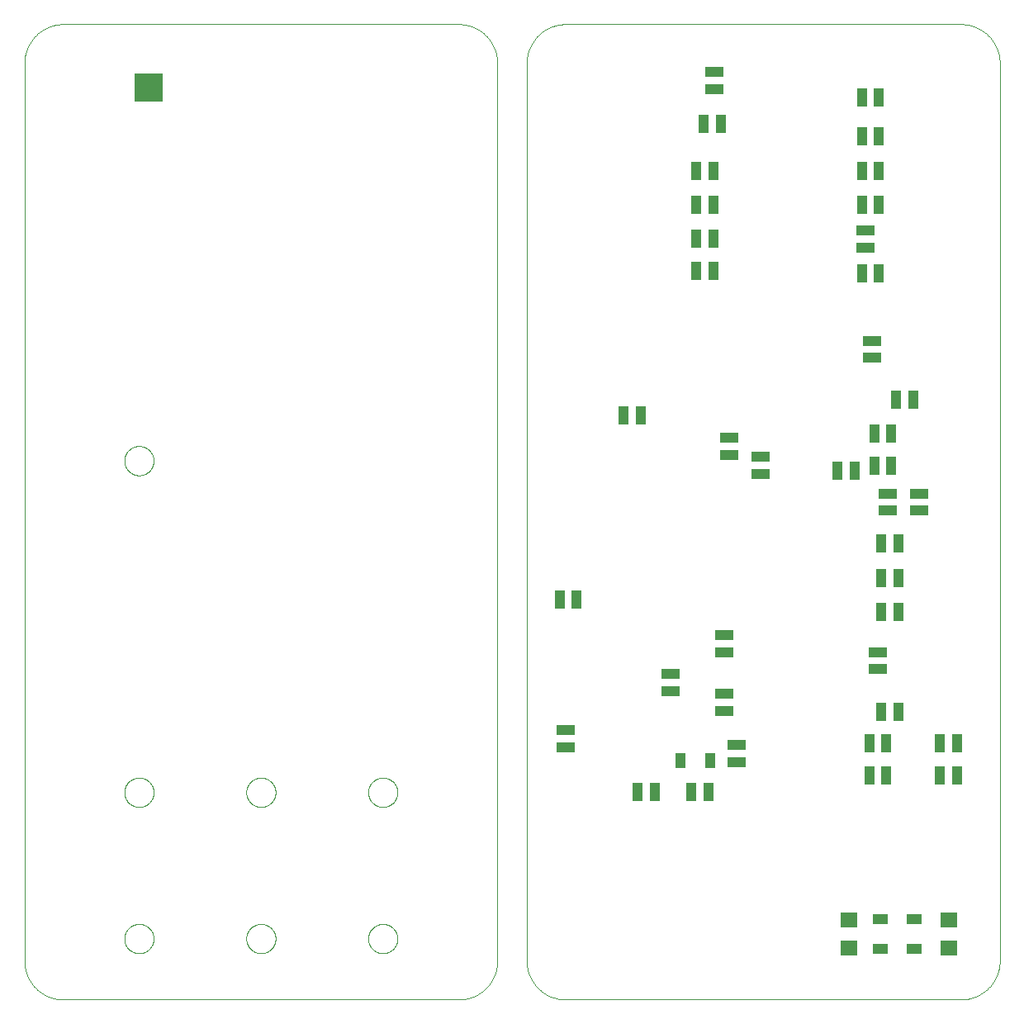
<source format=gtp>
G75*
%MOIN*%
%OFA0B0*%
%FSLAX25Y25*%
%IPPOS*%
%LPD*%
%AMOC8*
5,1,8,0,0,1.08239X$1,22.5*
%
%ADD10C,0.00000*%
%ADD11R,0.11811X0.11811*%
%ADD12R,0.05906X0.03937*%
%ADD13R,0.07098X0.06299*%
%ADD14R,0.07480X0.04331*%
%ADD15R,0.04331X0.07480*%
%ADD16R,0.03937X0.05906*%
D10*
X0001492Y0017240D02*
X0001492Y0379445D01*
X0001497Y0379826D01*
X0001510Y0380206D01*
X0001533Y0380586D01*
X0001566Y0380965D01*
X0001607Y0381343D01*
X0001657Y0381720D01*
X0001717Y0382096D01*
X0001785Y0382471D01*
X0001863Y0382843D01*
X0001950Y0383214D01*
X0002045Y0383582D01*
X0002150Y0383948D01*
X0002263Y0384311D01*
X0002385Y0384672D01*
X0002515Y0385029D01*
X0002655Y0385383D01*
X0002802Y0385734D01*
X0002959Y0386081D01*
X0003123Y0386424D01*
X0003296Y0386763D01*
X0003477Y0387098D01*
X0003666Y0387429D01*
X0003863Y0387754D01*
X0004067Y0388075D01*
X0004280Y0388391D01*
X0004500Y0388701D01*
X0004727Y0389007D01*
X0004962Y0389306D01*
X0005204Y0389600D01*
X0005452Y0389888D01*
X0005708Y0390170D01*
X0005971Y0390445D01*
X0006240Y0390714D01*
X0006515Y0390977D01*
X0006797Y0391233D01*
X0007085Y0391481D01*
X0007379Y0391723D01*
X0007678Y0391958D01*
X0007984Y0392185D01*
X0008294Y0392405D01*
X0008610Y0392618D01*
X0008931Y0392822D01*
X0009256Y0393019D01*
X0009587Y0393208D01*
X0009922Y0393389D01*
X0010261Y0393562D01*
X0010604Y0393726D01*
X0010951Y0393883D01*
X0011302Y0394030D01*
X0011656Y0394170D01*
X0012013Y0394300D01*
X0012374Y0394422D01*
X0012737Y0394535D01*
X0013103Y0394640D01*
X0013471Y0394735D01*
X0013842Y0394822D01*
X0014214Y0394900D01*
X0014589Y0394968D01*
X0014965Y0395028D01*
X0015342Y0395078D01*
X0015720Y0395119D01*
X0016099Y0395152D01*
X0016479Y0395175D01*
X0016859Y0395188D01*
X0017240Y0395193D01*
X0176689Y0395193D01*
X0177070Y0395188D01*
X0177450Y0395175D01*
X0177830Y0395152D01*
X0178209Y0395119D01*
X0178587Y0395078D01*
X0178964Y0395028D01*
X0179340Y0394968D01*
X0179715Y0394900D01*
X0180087Y0394822D01*
X0180458Y0394735D01*
X0180826Y0394640D01*
X0181192Y0394535D01*
X0181555Y0394422D01*
X0181916Y0394300D01*
X0182273Y0394170D01*
X0182627Y0394030D01*
X0182978Y0393883D01*
X0183325Y0393726D01*
X0183668Y0393562D01*
X0184007Y0393389D01*
X0184342Y0393208D01*
X0184673Y0393019D01*
X0184998Y0392822D01*
X0185319Y0392618D01*
X0185635Y0392405D01*
X0185945Y0392185D01*
X0186251Y0391958D01*
X0186550Y0391723D01*
X0186844Y0391481D01*
X0187132Y0391233D01*
X0187414Y0390977D01*
X0187689Y0390714D01*
X0187958Y0390445D01*
X0188221Y0390170D01*
X0188477Y0389888D01*
X0188725Y0389600D01*
X0188967Y0389306D01*
X0189202Y0389007D01*
X0189429Y0388701D01*
X0189649Y0388391D01*
X0189862Y0388075D01*
X0190066Y0387754D01*
X0190263Y0387429D01*
X0190452Y0387098D01*
X0190633Y0386763D01*
X0190806Y0386424D01*
X0190970Y0386081D01*
X0191127Y0385734D01*
X0191274Y0385383D01*
X0191414Y0385029D01*
X0191544Y0384672D01*
X0191666Y0384311D01*
X0191779Y0383948D01*
X0191884Y0383582D01*
X0191979Y0383214D01*
X0192066Y0382843D01*
X0192144Y0382471D01*
X0192212Y0382096D01*
X0192272Y0381720D01*
X0192322Y0381343D01*
X0192363Y0380965D01*
X0192396Y0380586D01*
X0192419Y0380206D01*
X0192432Y0379826D01*
X0192437Y0379445D01*
X0192437Y0017240D01*
X0204248Y0017240D02*
X0204248Y0379445D01*
X0204253Y0379826D01*
X0204266Y0380206D01*
X0204289Y0380586D01*
X0204322Y0380965D01*
X0204363Y0381343D01*
X0204413Y0381720D01*
X0204473Y0382096D01*
X0204541Y0382471D01*
X0204619Y0382843D01*
X0204706Y0383214D01*
X0204801Y0383582D01*
X0204906Y0383948D01*
X0205019Y0384311D01*
X0205141Y0384672D01*
X0205271Y0385029D01*
X0205411Y0385383D01*
X0205558Y0385734D01*
X0205715Y0386081D01*
X0205879Y0386424D01*
X0206052Y0386763D01*
X0206233Y0387098D01*
X0206422Y0387429D01*
X0206619Y0387754D01*
X0206823Y0388075D01*
X0207036Y0388391D01*
X0207256Y0388701D01*
X0207483Y0389007D01*
X0207718Y0389306D01*
X0207960Y0389600D01*
X0208208Y0389888D01*
X0208464Y0390170D01*
X0208727Y0390445D01*
X0208996Y0390714D01*
X0209271Y0390977D01*
X0209553Y0391233D01*
X0209841Y0391481D01*
X0210135Y0391723D01*
X0210434Y0391958D01*
X0210740Y0392185D01*
X0211050Y0392405D01*
X0211366Y0392618D01*
X0211687Y0392822D01*
X0212012Y0393019D01*
X0212343Y0393208D01*
X0212678Y0393389D01*
X0213017Y0393562D01*
X0213360Y0393726D01*
X0213707Y0393883D01*
X0214058Y0394030D01*
X0214412Y0394170D01*
X0214769Y0394300D01*
X0215130Y0394422D01*
X0215493Y0394535D01*
X0215859Y0394640D01*
X0216227Y0394735D01*
X0216598Y0394822D01*
X0216970Y0394900D01*
X0217345Y0394968D01*
X0217721Y0395028D01*
X0218098Y0395078D01*
X0218476Y0395119D01*
X0218855Y0395152D01*
X0219235Y0395175D01*
X0219615Y0395188D01*
X0219996Y0395193D01*
X0379445Y0395193D01*
X0379826Y0395188D01*
X0380206Y0395175D01*
X0380586Y0395152D01*
X0380965Y0395119D01*
X0381343Y0395078D01*
X0381720Y0395028D01*
X0382096Y0394968D01*
X0382471Y0394900D01*
X0382843Y0394822D01*
X0383214Y0394735D01*
X0383582Y0394640D01*
X0383948Y0394535D01*
X0384311Y0394422D01*
X0384672Y0394300D01*
X0385029Y0394170D01*
X0385383Y0394030D01*
X0385734Y0393883D01*
X0386081Y0393726D01*
X0386424Y0393562D01*
X0386763Y0393389D01*
X0387098Y0393208D01*
X0387429Y0393019D01*
X0387754Y0392822D01*
X0388075Y0392618D01*
X0388391Y0392405D01*
X0388701Y0392185D01*
X0389007Y0391958D01*
X0389306Y0391723D01*
X0389600Y0391481D01*
X0389888Y0391233D01*
X0390170Y0390977D01*
X0390445Y0390714D01*
X0390714Y0390445D01*
X0390977Y0390170D01*
X0391233Y0389888D01*
X0391481Y0389600D01*
X0391723Y0389306D01*
X0391958Y0389007D01*
X0392185Y0388701D01*
X0392405Y0388391D01*
X0392618Y0388075D01*
X0392822Y0387754D01*
X0393019Y0387429D01*
X0393208Y0387098D01*
X0393389Y0386763D01*
X0393562Y0386424D01*
X0393726Y0386081D01*
X0393883Y0385734D01*
X0394030Y0385383D01*
X0394170Y0385029D01*
X0394300Y0384672D01*
X0394422Y0384311D01*
X0394535Y0383948D01*
X0394640Y0383582D01*
X0394735Y0383214D01*
X0394822Y0382843D01*
X0394900Y0382471D01*
X0394968Y0382096D01*
X0395028Y0381720D01*
X0395078Y0381343D01*
X0395119Y0380965D01*
X0395152Y0380586D01*
X0395175Y0380206D01*
X0395188Y0379826D01*
X0395193Y0379445D01*
X0395193Y0017240D01*
X0395188Y0016859D01*
X0395175Y0016479D01*
X0395152Y0016099D01*
X0395119Y0015720D01*
X0395078Y0015342D01*
X0395028Y0014965D01*
X0394968Y0014589D01*
X0394900Y0014214D01*
X0394822Y0013842D01*
X0394735Y0013471D01*
X0394640Y0013103D01*
X0394535Y0012737D01*
X0394422Y0012374D01*
X0394300Y0012013D01*
X0394170Y0011656D01*
X0394030Y0011302D01*
X0393883Y0010951D01*
X0393726Y0010604D01*
X0393562Y0010261D01*
X0393389Y0009922D01*
X0393208Y0009587D01*
X0393019Y0009256D01*
X0392822Y0008931D01*
X0392618Y0008610D01*
X0392405Y0008294D01*
X0392185Y0007984D01*
X0391958Y0007678D01*
X0391723Y0007379D01*
X0391481Y0007085D01*
X0391233Y0006797D01*
X0390977Y0006515D01*
X0390714Y0006240D01*
X0390445Y0005971D01*
X0390170Y0005708D01*
X0389888Y0005452D01*
X0389600Y0005204D01*
X0389306Y0004962D01*
X0389007Y0004727D01*
X0388701Y0004500D01*
X0388391Y0004280D01*
X0388075Y0004067D01*
X0387754Y0003863D01*
X0387429Y0003666D01*
X0387098Y0003477D01*
X0386763Y0003296D01*
X0386424Y0003123D01*
X0386081Y0002959D01*
X0385734Y0002802D01*
X0385383Y0002655D01*
X0385029Y0002515D01*
X0384672Y0002385D01*
X0384311Y0002263D01*
X0383948Y0002150D01*
X0383582Y0002045D01*
X0383214Y0001950D01*
X0382843Y0001863D01*
X0382471Y0001785D01*
X0382096Y0001717D01*
X0381720Y0001657D01*
X0381343Y0001607D01*
X0380965Y0001566D01*
X0380586Y0001533D01*
X0380206Y0001510D01*
X0379826Y0001497D01*
X0379445Y0001492D01*
X0219996Y0001492D01*
X0219615Y0001497D01*
X0219235Y0001510D01*
X0218855Y0001533D01*
X0218476Y0001566D01*
X0218098Y0001607D01*
X0217721Y0001657D01*
X0217345Y0001717D01*
X0216970Y0001785D01*
X0216598Y0001863D01*
X0216227Y0001950D01*
X0215859Y0002045D01*
X0215493Y0002150D01*
X0215130Y0002263D01*
X0214769Y0002385D01*
X0214412Y0002515D01*
X0214058Y0002655D01*
X0213707Y0002802D01*
X0213360Y0002959D01*
X0213017Y0003123D01*
X0212678Y0003296D01*
X0212343Y0003477D01*
X0212012Y0003666D01*
X0211687Y0003863D01*
X0211366Y0004067D01*
X0211050Y0004280D01*
X0210740Y0004500D01*
X0210434Y0004727D01*
X0210135Y0004962D01*
X0209841Y0005204D01*
X0209553Y0005452D01*
X0209271Y0005708D01*
X0208996Y0005971D01*
X0208727Y0006240D01*
X0208464Y0006515D01*
X0208208Y0006797D01*
X0207960Y0007085D01*
X0207718Y0007379D01*
X0207483Y0007678D01*
X0207256Y0007984D01*
X0207036Y0008294D01*
X0206823Y0008610D01*
X0206619Y0008931D01*
X0206422Y0009256D01*
X0206233Y0009587D01*
X0206052Y0009922D01*
X0205879Y0010261D01*
X0205715Y0010604D01*
X0205558Y0010951D01*
X0205411Y0011302D01*
X0205271Y0011656D01*
X0205141Y0012013D01*
X0205019Y0012374D01*
X0204906Y0012737D01*
X0204801Y0013103D01*
X0204706Y0013471D01*
X0204619Y0013842D01*
X0204541Y0014214D01*
X0204473Y0014589D01*
X0204413Y0014965D01*
X0204363Y0015342D01*
X0204322Y0015720D01*
X0204289Y0016099D01*
X0204266Y0016479D01*
X0204253Y0016859D01*
X0204248Y0017240D01*
X0192437Y0017240D02*
X0192432Y0016859D01*
X0192419Y0016479D01*
X0192396Y0016099D01*
X0192363Y0015720D01*
X0192322Y0015342D01*
X0192272Y0014965D01*
X0192212Y0014589D01*
X0192144Y0014214D01*
X0192066Y0013842D01*
X0191979Y0013471D01*
X0191884Y0013103D01*
X0191779Y0012737D01*
X0191666Y0012374D01*
X0191544Y0012013D01*
X0191414Y0011656D01*
X0191274Y0011302D01*
X0191127Y0010951D01*
X0190970Y0010604D01*
X0190806Y0010261D01*
X0190633Y0009922D01*
X0190452Y0009587D01*
X0190263Y0009256D01*
X0190066Y0008931D01*
X0189862Y0008610D01*
X0189649Y0008294D01*
X0189429Y0007984D01*
X0189202Y0007678D01*
X0188967Y0007379D01*
X0188725Y0007085D01*
X0188477Y0006797D01*
X0188221Y0006515D01*
X0187958Y0006240D01*
X0187689Y0005971D01*
X0187414Y0005708D01*
X0187132Y0005452D01*
X0186844Y0005204D01*
X0186550Y0004962D01*
X0186251Y0004727D01*
X0185945Y0004500D01*
X0185635Y0004280D01*
X0185319Y0004067D01*
X0184998Y0003863D01*
X0184673Y0003666D01*
X0184342Y0003477D01*
X0184007Y0003296D01*
X0183668Y0003123D01*
X0183325Y0002959D01*
X0182978Y0002802D01*
X0182627Y0002655D01*
X0182273Y0002515D01*
X0181916Y0002385D01*
X0181555Y0002263D01*
X0181192Y0002150D01*
X0180826Y0002045D01*
X0180458Y0001950D01*
X0180087Y0001863D01*
X0179715Y0001785D01*
X0179340Y0001717D01*
X0178964Y0001657D01*
X0178587Y0001607D01*
X0178209Y0001566D01*
X0177830Y0001533D01*
X0177450Y0001510D01*
X0177070Y0001497D01*
X0176689Y0001492D01*
X0017240Y0001492D01*
X0016859Y0001497D01*
X0016479Y0001510D01*
X0016099Y0001533D01*
X0015720Y0001566D01*
X0015342Y0001607D01*
X0014965Y0001657D01*
X0014589Y0001717D01*
X0014214Y0001785D01*
X0013842Y0001863D01*
X0013471Y0001950D01*
X0013103Y0002045D01*
X0012737Y0002150D01*
X0012374Y0002263D01*
X0012013Y0002385D01*
X0011656Y0002515D01*
X0011302Y0002655D01*
X0010951Y0002802D01*
X0010604Y0002959D01*
X0010261Y0003123D01*
X0009922Y0003296D01*
X0009587Y0003477D01*
X0009256Y0003666D01*
X0008931Y0003863D01*
X0008610Y0004067D01*
X0008294Y0004280D01*
X0007984Y0004500D01*
X0007678Y0004727D01*
X0007379Y0004962D01*
X0007085Y0005204D01*
X0006797Y0005452D01*
X0006515Y0005708D01*
X0006240Y0005971D01*
X0005971Y0006240D01*
X0005708Y0006515D01*
X0005452Y0006797D01*
X0005204Y0007085D01*
X0004962Y0007379D01*
X0004727Y0007678D01*
X0004500Y0007984D01*
X0004280Y0008294D01*
X0004067Y0008610D01*
X0003863Y0008931D01*
X0003666Y0009256D01*
X0003477Y0009587D01*
X0003296Y0009922D01*
X0003123Y0010261D01*
X0002959Y0010604D01*
X0002802Y0010951D01*
X0002655Y0011302D01*
X0002515Y0011656D01*
X0002385Y0012013D01*
X0002263Y0012374D01*
X0002150Y0012737D01*
X0002045Y0013103D01*
X0001950Y0013471D01*
X0001863Y0013842D01*
X0001785Y0014214D01*
X0001717Y0014589D01*
X0001657Y0014965D01*
X0001607Y0015342D01*
X0001566Y0015720D01*
X0001533Y0016099D01*
X0001510Y0016479D01*
X0001497Y0016859D01*
X0001492Y0017240D01*
X0041846Y0026098D02*
X0041848Y0026251D01*
X0041854Y0026405D01*
X0041864Y0026558D01*
X0041878Y0026710D01*
X0041896Y0026863D01*
X0041918Y0027014D01*
X0041943Y0027165D01*
X0041973Y0027316D01*
X0042007Y0027466D01*
X0042044Y0027614D01*
X0042085Y0027762D01*
X0042130Y0027908D01*
X0042179Y0028054D01*
X0042232Y0028198D01*
X0042288Y0028340D01*
X0042348Y0028481D01*
X0042412Y0028621D01*
X0042479Y0028759D01*
X0042550Y0028895D01*
X0042625Y0029029D01*
X0042702Y0029161D01*
X0042784Y0029291D01*
X0042868Y0029419D01*
X0042956Y0029545D01*
X0043047Y0029668D01*
X0043141Y0029789D01*
X0043239Y0029907D01*
X0043339Y0030023D01*
X0043443Y0030136D01*
X0043549Y0030247D01*
X0043658Y0030355D01*
X0043770Y0030460D01*
X0043884Y0030561D01*
X0044002Y0030660D01*
X0044121Y0030756D01*
X0044243Y0030849D01*
X0044368Y0030938D01*
X0044495Y0031025D01*
X0044624Y0031107D01*
X0044755Y0031187D01*
X0044888Y0031263D01*
X0045023Y0031336D01*
X0045160Y0031405D01*
X0045299Y0031470D01*
X0045439Y0031532D01*
X0045581Y0031590D01*
X0045724Y0031645D01*
X0045869Y0031696D01*
X0046015Y0031743D01*
X0046162Y0031786D01*
X0046310Y0031825D01*
X0046459Y0031861D01*
X0046609Y0031892D01*
X0046760Y0031920D01*
X0046911Y0031944D01*
X0047064Y0031964D01*
X0047216Y0031980D01*
X0047369Y0031992D01*
X0047522Y0032000D01*
X0047675Y0032004D01*
X0047829Y0032004D01*
X0047982Y0032000D01*
X0048135Y0031992D01*
X0048288Y0031980D01*
X0048440Y0031964D01*
X0048593Y0031944D01*
X0048744Y0031920D01*
X0048895Y0031892D01*
X0049045Y0031861D01*
X0049194Y0031825D01*
X0049342Y0031786D01*
X0049489Y0031743D01*
X0049635Y0031696D01*
X0049780Y0031645D01*
X0049923Y0031590D01*
X0050065Y0031532D01*
X0050205Y0031470D01*
X0050344Y0031405D01*
X0050481Y0031336D01*
X0050616Y0031263D01*
X0050749Y0031187D01*
X0050880Y0031107D01*
X0051009Y0031025D01*
X0051136Y0030938D01*
X0051261Y0030849D01*
X0051383Y0030756D01*
X0051502Y0030660D01*
X0051620Y0030561D01*
X0051734Y0030460D01*
X0051846Y0030355D01*
X0051955Y0030247D01*
X0052061Y0030136D01*
X0052165Y0030023D01*
X0052265Y0029907D01*
X0052363Y0029789D01*
X0052457Y0029668D01*
X0052548Y0029545D01*
X0052636Y0029419D01*
X0052720Y0029291D01*
X0052802Y0029161D01*
X0052879Y0029029D01*
X0052954Y0028895D01*
X0053025Y0028759D01*
X0053092Y0028621D01*
X0053156Y0028481D01*
X0053216Y0028340D01*
X0053272Y0028198D01*
X0053325Y0028054D01*
X0053374Y0027908D01*
X0053419Y0027762D01*
X0053460Y0027614D01*
X0053497Y0027466D01*
X0053531Y0027316D01*
X0053561Y0027165D01*
X0053586Y0027014D01*
X0053608Y0026863D01*
X0053626Y0026710D01*
X0053640Y0026558D01*
X0053650Y0026405D01*
X0053656Y0026251D01*
X0053658Y0026098D01*
X0053656Y0025945D01*
X0053650Y0025791D01*
X0053640Y0025638D01*
X0053626Y0025486D01*
X0053608Y0025333D01*
X0053586Y0025182D01*
X0053561Y0025031D01*
X0053531Y0024880D01*
X0053497Y0024730D01*
X0053460Y0024582D01*
X0053419Y0024434D01*
X0053374Y0024288D01*
X0053325Y0024142D01*
X0053272Y0023998D01*
X0053216Y0023856D01*
X0053156Y0023715D01*
X0053092Y0023575D01*
X0053025Y0023437D01*
X0052954Y0023301D01*
X0052879Y0023167D01*
X0052802Y0023035D01*
X0052720Y0022905D01*
X0052636Y0022777D01*
X0052548Y0022651D01*
X0052457Y0022528D01*
X0052363Y0022407D01*
X0052265Y0022289D01*
X0052165Y0022173D01*
X0052061Y0022060D01*
X0051955Y0021949D01*
X0051846Y0021841D01*
X0051734Y0021736D01*
X0051620Y0021635D01*
X0051502Y0021536D01*
X0051383Y0021440D01*
X0051261Y0021347D01*
X0051136Y0021258D01*
X0051009Y0021171D01*
X0050880Y0021089D01*
X0050749Y0021009D01*
X0050616Y0020933D01*
X0050481Y0020860D01*
X0050344Y0020791D01*
X0050205Y0020726D01*
X0050065Y0020664D01*
X0049923Y0020606D01*
X0049780Y0020551D01*
X0049635Y0020500D01*
X0049489Y0020453D01*
X0049342Y0020410D01*
X0049194Y0020371D01*
X0049045Y0020335D01*
X0048895Y0020304D01*
X0048744Y0020276D01*
X0048593Y0020252D01*
X0048440Y0020232D01*
X0048288Y0020216D01*
X0048135Y0020204D01*
X0047982Y0020196D01*
X0047829Y0020192D01*
X0047675Y0020192D01*
X0047522Y0020196D01*
X0047369Y0020204D01*
X0047216Y0020216D01*
X0047064Y0020232D01*
X0046911Y0020252D01*
X0046760Y0020276D01*
X0046609Y0020304D01*
X0046459Y0020335D01*
X0046310Y0020371D01*
X0046162Y0020410D01*
X0046015Y0020453D01*
X0045869Y0020500D01*
X0045724Y0020551D01*
X0045581Y0020606D01*
X0045439Y0020664D01*
X0045299Y0020726D01*
X0045160Y0020791D01*
X0045023Y0020860D01*
X0044888Y0020933D01*
X0044755Y0021009D01*
X0044624Y0021089D01*
X0044495Y0021171D01*
X0044368Y0021258D01*
X0044243Y0021347D01*
X0044121Y0021440D01*
X0044002Y0021536D01*
X0043884Y0021635D01*
X0043770Y0021736D01*
X0043658Y0021841D01*
X0043549Y0021949D01*
X0043443Y0022060D01*
X0043339Y0022173D01*
X0043239Y0022289D01*
X0043141Y0022407D01*
X0043047Y0022528D01*
X0042956Y0022651D01*
X0042868Y0022777D01*
X0042784Y0022905D01*
X0042702Y0023035D01*
X0042625Y0023167D01*
X0042550Y0023301D01*
X0042479Y0023437D01*
X0042412Y0023575D01*
X0042348Y0023715D01*
X0042288Y0023856D01*
X0042232Y0023998D01*
X0042179Y0024142D01*
X0042130Y0024288D01*
X0042085Y0024434D01*
X0042044Y0024582D01*
X0042007Y0024730D01*
X0041973Y0024880D01*
X0041943Y0025031D01*
X0041918Y0025182D01*
X0041896Y0025333D01*
X0041878Y0025486D01*
X0041864Y0025638D01*
X0041854Y0025791D01*
X0041848Y0025945D01*
X0041846Y0026098D01*
X0091059Y0026098D02*
X0091061Y0026251D01*
X0091067Y0026405D01*
X0091077Y0026558D01*
X0091091Y0026710D01*
X0091109Y0026863D01*
X0091131Y0027014D01*
X0091156Y0027165D01*
X0091186Y0027316D01*
X0091220Y0027466D01*
X0091257Y0027614D01*
X0091298Y0027762D01*
X0091343Y0027908D01*
X0091392Y0028054D01*
X0091445Y0028198D01*
X0091501Y0028340D01*
X0091561Y0028481D01*
X0091625Y0028621D01*
X0091692Y0028759D01*
X0091763Y0028895D01*
X0091838Y0029029D01*
X0091915Y0029161D01*
X0091997Y0029291D01*
X0092081Y0029419D01*
X0092169Y0029545D01*
X0092260Y0029668D01*
X0092354Y0029789D01*
X0092452Y0029907D01*
X0092552Y0030023D01*
X0092656Y0030136D01*
X0092762Y0030247D01*
X0092871Y0030355D01*
X0092983Y0030460D01*
X0093097Y0030561D01*
X0093215Y0030660D01*
X0093334Y0030756D01*
X0093456Y0030849D01*
X0093581Y0030938D01*
X0093708Y0031025D01*
X0093837Y0031107D01*
X0093968Y0031187D01*
X0094101Y0031263D01*
X0094236Y0031336D01*
X0094373Y0031405D01*
X0094512Y0031470D01*
X0094652Y0031532D01*
X0094794Y0031590D01*
X0094937Y0031645D01*
X0095082Y0031696D01*
X0095228Y0031743D01*
X0095375Y0031786D01*
X0095523Y0031825D01*
X0095672Y0031861D01*
X0095822Y0031892D01*
X0095973Y0031920D01*
X0096124Y0031944D01*
X0096277Y0031964D01*
X0096429Y0031980D01*
X0096582Y0031992D01*
X0096735Y0032000D01*
X0096888Y0032004D01*
X0097042Y0032004D01*
X0097195Y0032000D01*
X0097348Y0031992D01*
X0097501Y0031980D01*
X0097653Y0031964D01*
X0097806Y0031944D01*
X0097957Y0031920D01*
X0098108Y0031892D01*
X0098258Y0031861D01*
X0098407Y0031825D01*
X0098555Y0031786D01*
X0098702Y0031743D01*
X0098848Y0031696D01*
X0098993Y0031645D01*
X0099136Y0031590D01*
X0099278Y0031532D01*
X0099418Y0031470D01*
X0099557Y0031405D01*
X0099694Y0031336D01*
X0099829Y0031263D01*
X0099962Y0031187D01*
X0100093Y0031107D01*
X0100222Y0031025D01*
X0100349Y0030938D01*
X0100474Y0030849D01*
X0100596Y0030756D01*
X0100715Y0030660D01*
X0100833Y0030561D01*
X0100947Y0030460D01*
X0101059Y0030355D01*
X0101168Y0030247D01*
X0101274Y0030136D01*
X0101378Y0030023D01*
X0101478Y0029907D01*
X0101576Y0029789D01*
X0101670Y0029668D01*
X0101761Y0029545D01*
X0101849Y0029419D01*
X0101933Y0029291D01*
X0102015Y0029161D01*
X0102092Y0029029D01*
X0102167Y0028895D01*
X0102238Y0028759D01*
X0102305Y0028621D01*
X0102369Y0028481D01*
X0102429Y0028340D01*
X0102485Y0028198D01*
X0102538Y0028054D01*
X0102587Y0027908D01*
X0102632Y0027762D01*
X0102673Y0027614D01*
X0102710Y0027466D01*
X0102744Y0027316D01*
X0102774Y0027165D01*
X0102799Y0027014D01*
X0102821Y0026863D01*
X0102839Y0026710D01*
X0102853Y0026558D01*
X0102863Y0026405D01*
X0102869Y0026251D01*
X0102871Y0026098D01*
X0102869Y0025945D01*
X0102863Y0025791D01*
X0102853Y0025638D01*
X0102839Y0025486D01*
X0102821Y0025333D01*
X0102799Y0025182D01*
X0102774Y0025031D01*
X0102744Y0024880D01*
X0102710Y0024730D01*
X0102673Y0024582D01*
X0102632Y0024434D01*
X0102587Y0024288D01*
X0102538Y0024142D01*
X0102485Y0023998D01*
X0102429Y0023856D01*
X0102369Y0023715D01*
X0102305Y0023575D01*
X0102238Y0023437D01*
X0102167Y0023301D01*
X0102092Y0023167D01*
X0102015Y0023035D01*
X0101933Y0022905D01*
X0101849Y0022777D01*
X0101761Y0022651D01*
X0101670Y0022528D01*
X0101576Y0022407D01*
X0101478Y0022289D01*
X0101378Y0022173D01*
X0101274Y0022060D01*
X0101168Y0021949D01*
X0101059Y0021841D01*
X0100947Y0021736D01*
X0100833Y0021635D01*
X0100715Y0021536D01*
X0100596Y0021440D01*
X0100474Y0021347D01*
X0100349Y0021258D01*
X0100222Y0021171D01*
X0100093Y0021089D01*
X0099962Y0021009D01*
X0099829Y0020933D01*
X0099694Y0020860D01*
X0099557Y0020791D01*
X0099418Y0020726D01*
X0099278Y0020664D01*
X0099136Y0020606D01*
X0098993Y0020551D01*
X0098848Y0020500D01*
X0098702Y0020453D01*
X0098555Y0020410D01*
X0098407Y0020371D01*
X0098258Y0020335D01*
X0098108Y0020304D01*
X0097957Y0020276D01*
X0097806Y0020252D01*
X0097653Y0020232D01*
X0097501Y0020216D01*
X0097348Y0020204D01*
X0097195Y0020196D01*
X0097042Y0020192D01*
X0096888Y0020192D01*
X0096735Y0020196D01*
X0096582Y0020204D01*
X0096429Y0020216D01*
X0096277Y0020232D01*
X0096124Y0020252D01*
X0095973Y0020276D01*
X0095822Y0020304D01*
X0095672Y0020335D01*
X0095523Y0020371D01*
X0095375Y0020410D01*
X0095228Y0020453D01*
X0095082Y0020500D01*
X0094937Y0020551D01*
X0094794Y0020606D01*
X0094652Y0020664D01*
X0094512Y0020726D01*
X0094373Y0020791D01*
X0094236Y0020860D01*
X0094101Y0020933D01*
X0093968Y0021009D01*
X0093837Y0021089D01*
X0093708Y0021171D01*
X0093581Y0021258D01*
X0093456Y0021347D01*
X0093334Y0021440D01*
X0093215Y0021536D01*
X0093097Y0021635D01*
X0092983Y0021736D01*
X0092871Y0021841D01*
X0092762Y0021949D01*
X0092656Y0022060D01*
X0092552Y0022173D01*
X0092452Y0022289D01*
X0092354Y0022407D01*
X0092260Y0022528D01*
X0092169Y0022651D01*
X0092081Y0022777D01*
X0091997Y0022905D01*
X0091915Y0023035D01*
X0091838Y0023167D01*
X0091763Y0023301D01*
X0091692Y0023437D01*
X0091625Y0023575D01*
X0091561Y0023715D01*
X0091501Y0023856D01*
X0091445Y0023998D01*
X0091392Y0024142D01*
X0091343Y0024288D01*
X0091298Y0024434D01*
X0091257Y0024582D01*
X0091220Y0024730D01*
X0091186Y0024880D01*
X0091156Y0025031D01*
X0091131Y0025182D01*
X0091109Y0025333D01*
X0091091Y0025486D01*
X0091077Y0025638D01*
X0091067Y0025791D01*
X0091061Y0025945D01*
X0091059Y0026098D01*
X0140271Y0026098D02*
X0140273Y0026251D01*
X0140279Y0026405D01*
X0140289Y0026558D01*
X0140303Y0026710D01*
X0140321Y0026863D01*
X0140343Y0027014D01*
X0140368Y0027165D01*
X0140398Y0027316D01*
X0140432Y0027466D01*
X0140469Y0027614D01*
X0140510Y0027762D01*
X0140555Y0027908D01*
X0140604Y0028054D01*
X0140657Y0028198D01*
X0140713Y0028340D01*
X0140773Y0028481D01*
X0140837Y0028621D01*
X0140904Y0028759D01*
X0140975Y0028895D01*
X0141050Y0029029D01*
X0141127Y0029161D01*
X0141209Y0029291D01*
X0141293Y0029419D01*
X0141381Y0029545D01*
X0141472Y0029668D01*
X0141566Y0029789D01*
X0141664Y0029907D01*
X0141764Y0030023D01*
X0141868Y0030136D01*
X0141974Y0030247D01*
X0142083Y0030355D01*
X0142195Y0030460D01*
X0142309Y0030561D01*
X0142427Y0030660D01*
X0142546Y0030756D01*
X0142668Y0030849D01*
X0142793Y0030938D01*
X0142920Y0031025D01*
X0143049Y0031107D01*
X0143180Y0031187D01*
X0143313Y0031263D01*
X0143448Y0031336D01*
X0143585Y0031405D01*
X0143724Y0031470D01*
X0143864Y0031532D01*
X0144006Y0031590D01*
X0144149Y0031645D01*
X0144294Y0031696D01*
X0144440Y0031743D01*
X0144587Y0031786D01*
X0144735Y0031825D01*
X0144884Y0031861D01*
X0145034Y0031892D01*
X0145185Y0031920D01*
X0145336Y0031944D01*
X0145489Y0031964D01*
X0145641Y0031980D01*
X0145794Y0031992D01*
X0145947Y0032000D01*
X0146100Y0032004D01*
X0146254Y0032004D01*
X0146407Y0032000D01*
X0146560Y0031992D01*
X0146713Y0031980D01*
X0146865Y0031964D01*
X0147018Y0031944D01*
X0147169Y0031920D01*
X0147320Y0031892D01*
X0147470Y0031861D01*
X0147619Y0031825D01*
X0147767Y0031786D01*
X0147914Y0031743D01*
X0148060Y0031696D01*
X0148205Y0031645D01*
X0148348Y0031590D01*
X0148490Y0031532D01*
X0148630Y0031470D01*
X0148769Y0031405D01*
X0148906Y0031336D01*
X0149041Y0031263D01*
X0149174Y0031187D01*
X0149305Y0031107D01*
X0149434Y0031025D01*
X0149561Y0030938D01*
X0149686Y0030849D01*
X0149808Y0030756D01*
X0149927Y0030660D01*
X0150045Y0030561D01*
X0150159Y0030460D01*
X0150271Y0030355D01*
X0150380Y0030247D01*
X0150486Y0030136D01*
X0150590Y0030023D01*
X0150690Y0029907D01*
X0150788Y0029789D01*
X0150882Y0029668D01*
X0150973Y0029545D01*
X0151061Y0029419D01*
X0151145Y0029291D01*
X0151227Y0029161D01*
X0151304Y0029029D01*
X0151379Y0028895D01*
X0151450Y0028759D01*
X0151517Y0028621D01*
X0151581Y0028481D01*
X0151641Y0028340D01*
X0151697Y0028198D01*
X0151750Y0028054D01*
X0151799Y0027908D01*
X0151844Y0027762D01*
X0151885Y0027614D01*
X0151922Y0027466D01*
X0151956Y0027316D01*
X0151986Y0027165D01*
X0152011Y0027014D01*
X0152033Y0026863D01*
X0152051Y0026710D01*
X0152065Y0026558D01*
X0152075Y0026405D01*
X0152081Y0026251D01*
X0152083Y0026098D01*
X0152081Y0025945D01*
X0152075Y0025791D01*
X0152065Y0025638D01*
X0152051Y0025486D01*
X0152033Y0025333D01*
X0152011Y0025182D01*
X0151986Y0025031D01*
X0151956Y0024880D01*
X0151922Y0024730D01*
X0151885Y0024582D01*
X0151844Y0024434D01*
X0151799Y0024288D01*
X0151750Y0024142D01*
X0151697Y0023998D01*
X0151641Y0023856D01*
X0151581Y0023715D01*
X0151517Y0023575D01*
X0151450Y0023437D01*
X0151379Y0023301D01*
X0151304Y0023167D01*
X0151227Y0023035D01*
X0151145Y0022905D01*
X0151061Y0022777D01*
X0150973Y0022651D01*
X0150882Y0022528D01*
X0150788Y0022407D01*
X0150690Y0022289D01*
X0150590Y0022173D01*
X0150486Y0022060D01*
X0150380Y0021949D01*
X0150271Y0021841D01*
X0150159Y0021736D01*
X0150045Y0021635D01*
X0149927Y0021536D01*
X0149808Y0021440D01*
X0149686Y0021347D01*
X0149561Y0021258D01*
X0149434Y0021171D01*
X0149305Y0021089D01*
X0149174Y0021009D01*
X0149041Y0020933D01*
X0148906Y0020860D01*
X0148769Y0020791D01*
X0148630Y0020726D01*
X0148490Y0020664D01*
X0148348Y0020606D01*
X0148205Y0020551D01*
X0148060Y0020500D01*
X0147914Y0020453D01*
X0147767Y0020410D01*
X0147619Y0020371D01*
X0147470Y0020335D01*
X0147320Y0020304D01*
X0147169Y0020276D01*
X0147018Y0020252D01*
X0146865Y0020232D01*
X0146713Y0020216D01*
X0146560Y0020204D01*
X0146407Y0020196D01*
X0146254Y0020192D01*
X0146100Y0020192D01*
X0145947Y0020196D01*
X0145794Y0020204D01*
X0145641Y0020216D01*
X0145489Y0020232D01*
X0145336Y0020252D01*
X0145185Y0020276D01*
X0145034Y0020304D01*
X0144884Y0020335D01*
X0144735Y0020371D01*
X0144587Y0020410D01*
X0144440Y0020453D01*
X0144294Y0020500D01*
X0144149Y0020551D01*
X0144006Y0020606D01*
X0143864Y0020664D01*
X0143724Y0020726D01*
X0143585Y0020791D01*
X0143448Y0020860D01*
X0143313Y0020933D01*
X0143180Y0021009D01*
X0143049Y0021089D01*
X0142920Y0021171D01*
X0142793Y0021258D01*
X0142668Y0021347D01*
X0142546Y0021440D01*
X0142427Y0021536D01*
X0142309Y0021635D01*
X0142195Y0021736D01*
X0142083Y0021841D01*
X0141974Y0021949D01*
X0141868Y0022060D01*
X0141764Y0022173D01*
X0141664Y0022289D01*
X0141566Y0022407D01*
X0141472Y0022528D01*
X0141381Y0022651D01*
X0141293Y0022777D01*
X0141209Y0022905D01*
X0141127Y0023035D01*
X0141050Y0023167D01*
X0140975Y0023301D01*
X0140904Y0023437D01*
X0140837Y0023575D01*
X0140773Y0023715D01*
X0140713Y0023856D01*
X0140657Y0023998D01*
X0140604Y0024142D01*
X0140555Y0024288D01*
X0140510Y0024434D01*
X0140469Y0024582D01*
X0140432Y0024730D01*
X0140398Y0024880D01*
X0140368Y0025031D01*
X0140343Y0025182D01*
X0140321Y0025333D01*
X0140303Y0025486D01*
X0140289Y0025638D01*
X0140279Y0025791D01*
X0140273Y0025945D01*
X0140271Y0026098D01*
X0140271Y0085154D02*
X0140273Y0085307D01*
X0140279Y0085461D01*
X0140289Y0085614D01*
X0140303Y0085766D01*
X0140321Y0085919D01*
X0140343Y0086070D01*
X0140368Y0086221D01*
X0140398Y0086372D01*
X0140432Y0086522D01*
X0140469Y0086670D01*
X0140510Y0086818D01*
X0140555Y0086964D01*
X0140604Y0087110D01*
X0140657Y0087254D01*
X0140713Y0087396D01*
X0140773Y0087537D01*
X0140837Y0087677D01*
X0140904Y0087815D01*
X0140975Y0087951D01*
X0141050Y0088085D01*
X0141127Y0088217D01*
X0141209Y0088347D01*
X0141293Y0088475D01*
X0141381Y0088601D01*
X0141472Y0088724D01*
X0141566Y0088845D01*
X0141664Y0088963D01*
X0141764Y0089079D01*
X0141868Y0089192D01*
X0141974Y0089303D01*
X0142083Y0089411D01*
X0142195Y0089516D01*
X0142309Y0089617D01*
X0142427Y0089716D01*
X0142546Y0089812D01*
X0142668Y0089905D01*
X0142793Y0089994D01*
X0142920Y0090081D01*
X0143049Y0090163D01*
X0143180Y0090243D01*
X0143313Y0090319D01*
X0143448Y0090392D01*
X0143585Y0090461D01*
X0143724Y0090526D01*
X0143864Y0090588D01*
X0144006Y0090646D01*
X0144149Y0090701D01*
X0144294Y0090752D01*
X0144440Y0090799D01*
X0144587Y0090842D01*
X0144735Y0090881D01*
X0144884Y0090917D01*
X0145034Y0090948D01*
X0145185Y0090976D01*
X0145336Y0091000D01*
X0145489Y0091020D01*
X0145641Y0091036D01*
X0145794Y0091048D01*
X0145947Y0091056D01*
X0146100Y0091060D01*
X0146254Y0091060D01*
X0146407Y0091056D01*
X0146560Y0091048D01*
X0146713Y0091036D01*
X0146865Y0091020D01*
X0147018Y0091000D01*
X0147169Y0090976D01*
X0147320Y0090948D01*
X0147470Y0090917D01*
X0147619Y0090881D01*
X0147767Y0090842D01*
X0147914Y0090799D01*
X0148060Y0090752D01*
X0148205Y0090701D01*
X0148348Y0090646D01*
X0148490Y0090588D01*
X0148630Y0090526D01*
X0148769Y0090461D01*
X0148906Y0090392D01*
X0149041Y0090319D01*
X0149174Y0090243D01*
X0149305Y0090163D01*
X0149434Y0090081D01*
X0149561Y0089994D01*
X0149686Y0089905D01*
X0149808Y0089812D01*
X0149927Y0089716D01*
X0150045Y0089617D01*
X0150159Y0089516D01*
X0150271Y0089411D01*
X0150380Y0089303D01*
X0150486Y0089192D01*
X0150590Y0089079D01*
X0150690Y0088963D01*
X0150788Y0088845D01*
X0150882Y0088724D01*
X0150973Y0088601D01*
X0151061Y0088475D01*
X0151145Y0088347D01*
X0151227Y0088217D01*
X0151304Y0088085D01*
X0151379Y0087951D01*
X0151450Y0087815D01*
X0151517Y0087677D01*
X0151581Y0087537D01*
X0151641Y0087396D01*
X0151697Y0087254D01*
X0151750Y0087110D01*
X0151799Y0086964D01*
X0151844Y0086818D01*
X0151885Y0086670D01*
X0151922Y0086522D01*
X0151956Y0086372D01*
X0151986Y0086221D01*
X0152011Y0086070D01*
X0152033Y0085919D01*
X0152051Y0085766D01*
X0152065Y0085614D01*
X0152075Y0085461D01*
X0152081Y0085307D01*
X0152083Y0085154D01*
X0152081Y0085001D01*
X0152075Y0084847D01*
X0152065Y0084694D01*
X0152051Y0084542D01*
X0152033Y0084389D01*
X0152011Y0084238D01*
X0151986Y0084087D01*
X0151956Y0083936D01*
X0151922Y0083786D01*
X0151885Y0083638D01*
X0151844Y0083490D01*
X0151799Y0083344D01*
X0151750Y0083198D01*
X0151697Y0083054D01*
X0151641Y0082912D01*
X0151581Y0082771D01*
X0151517Y0082631D01*
X0151450Y0082493D01*
X0151379Y0082357D01*
X0151304Y0082223D01*
X0151227Y0082091D01*
X0151145Y0081961D01*
X0151061Y0081833D01*
X0150973Y0081707D01*
X0150882Y0081584D01*
X0150788Y0081463D01*
X0150690Y0081345D01*
X0150590Y0081229D01*
X0150486Y0081116D01*
X0150380Y0081005D01*
X0150271Y0080897D01*
X0150159Y0080792D01*
X0150045Y0080691D01*
X0149927Y0080592D01*
X0149808Y0080496D01*
X0149686Y0080403D01*
X0149561Y0080314D01*
X0149434Y0080227D01*
X0149305Y0080145D01*
X0149174Y0080065D01*
X0149041Y0079989D01*
X0148906Y0079916D01*
X0148769Y0079847D01*
X0148630Y0079782D01*
X0148490Y0079720D01*
X0148348Y0079662D01*
X0148205Y0079607D01*
X0148060Y0079556D01*
X0147914Y0079509D01*
X0147767Y0079466D01*
X0147619Y0079427D01*
X0147470Y0079391D01*
X0147320Y0079360D01*
X0147169Y0079332D01*
X0147018Y0079308D01*
X0146865Y0079288D01*
X0146713Y0079272D01*
X0146560Y0079260D01*
X0146407Y0079252D01*
X0146254Y0079248D01*
X0146100Y0079248D01*
X0145947Y0079252D01*
X0145794Y0079260D01*
X0145641Y0079272D01*
X0145489Y0079288D01*
X0145336Y0079308D01*
X0145185Y0079332D01*
X0145034Y0079360D01*
X0144884Y0079391D01*
X0144735Y0079427D01*
X0144587Y0079466D01*
X0144440Y0079509D01*
X0144294Y0079556D01*
X0144149Y0079607D01*
X0144006Y0079662D01*
X0143864Y0079720D01*
X0143724Y0079782D01*
X0143585Y0079847D01*
X0143448Y0079916D01*
X0143313Y0079989D01*
X0143180Y0080065D01*
X0143049Y0080145D01*
X0142920Y0080227D01*
X0142793Y0080314D01*
X0142668Y0080403D01*
X0142546Y0080496D01*
X0142427Y0080592D01*
X0142309Y0080691D01*
X0142195Y0080792D01*
X0142083Y0080897D01*
X0141974Y0081005D01*
X0141868Y0081116D01*
X0141764Y0081229D01*
X0141664Y0081345D01*
X0141566Y0081463D01*
X0141472Y0081584D01*
X0141381Y0081707D01*
X0141293Y0081833D01*
X0141209Y0081961D01*
X0141127Y0082091D01*
X0141050Y0082223D01*
X0140975Y0082357D01*
X0140904Y0082493D01*
X0140837Y0082631D01*
X0140773Y0082771D01*
X0140713Y0082912D01*
X0140657Y0083054D01*
X0140604Y0083198D01*
X0140555Y0083344D01*
X0140510Y0083490D01*
X0140469Y0083638D01*
X0140432Y0083786D01*
X0140398Y0083936D01*
X0140368Y0084087D01*
X0140343Y0084238D01*
X0140321Y0084389D01*
X0140303Y0084542D01*
X0140289Y0084694D01*
X0140279Y0084847D01*
X0140273Y0085001D01*
X0140271Y0085154D01*
X0091059Y0085154D02*
X0091061Y0085307D01*
X0091067Y0085461D01*
X0091077Y0085614D01*
X0091091Y0085766D01*
X0091109Y0085919D01*
X0091131Y0086070D01*
X0091156Y0086221D01*
X0091186Y0086372D01*
X0091220Y0086522D01*
X0091257Y0086670D01*
X0091298Y0086818D01*
X0091343Y0086964D01*
X0091392Y0087110D01*
X0091445Y0087254D01*
X0091501Y0087396D01*
X0091561Y0087537D01*
X0091625Y0087677D01*
X0091692Y0087815D01*
X0091763Y0087951D01*
X0091838Y0088085D01*
X0091915Y0088217D01*
X0091997Y0088347D01*
X0092081Y0088475D01*
X0092169Y0088601D01*
X0092260Y0088724D01*
X0092354Y0088845D01*
X0092452Y0088963D01*
X0092552Y0089079D01*
X0092656Y0089192D01*
X0092762Y0089303D01*
X0092871Y0089411D01*
X0092983Y0089516D01*
X0093097Y0089617D01*
X0093215Y0089716D01*
X0093334Y0089812D01*
X0093456Y0089905D01*
X0093581Y0089994D01*
X0093708Y0090081D01*
X0093837Y0090163D01*
X0093968Y0090243D01*
X0094101Y0090319D01*
X0094236Y0090392D01*
X0094373Y0090461D01*
X0094512Y0090526D01*
X0094652Y0090588D01*
X0094794Y0090646D01*
X0094937Y0090701D01*
X0095082Y0090752D01*
X0095228Y0090799D01*
X0095375Y0090842D01*
X0095523Y0090881D01*
X0095672Y0090917D01*
X0095822Y0090948D01*
X0095973Y0090976D01*
X0096124Y0091000D01*
X0096277Y0091020D01*
X0096429Y0091036D01*
X0096582Y0091048D01*
X0096735Y0091056D01*
X0096888Y0091060D01*
X0097042Y0091060D01*
X0097195Y0091056D01*
X0097348Y0091048D01*
X0097501Y0091036D01*
X0097653Y0091020D01*
X0097806Y0091000D01*
X0097957Y0090976D01*
X0098108Y0090948D01*
X0098258Y0090917D01*
X0098407Y0090881D01*
X0098555Y0090842D01*
X0098702Y0090799D01*
X0098848Y0090752D01*
X0098993Y0090701D01*
X0099136Y0090646D01*
X0099278Y0090588D01*
X0099418Y0090526D01*
X0099557Y0090461D01*
X0099694Y0090392D01*
X0099829Y0090319D01*
X0099962Y0090243D01*
X0100093Y0090163D01*
X0100222Y0090081D01*
X0100349Y0089994D01*
X0100474Y0089905D01*
X0100596Y0089812D01*
X0100715Y0089716D01*
X0100833Y0089617D01*
X0100947Y0089516D01*
X0101059Y0089411D01*
X0101168Y0089303D01*
X0101274Y0089192D01*
X0101378Y0089079D01*
X0101478Y0088963D01*
X0101576Y0088845D01*
X0101670Y0088724D01*
X0101761Y0088601D01*
X0101849Y0088475D01*
X0101933Y0088347D01*
X0102015Y0088217D01*
X0102092Y0088085D01*
X0102167Y0087951D01*
X0102238Y0087815D01*
X0102305Y0087677D01*
X0102369Y0087537D01*
X0102429Y0087396D01*
X0102485Y0087254D01*
X0102538Y0087110D01*
X0102587Y0086964D01*
X0102632Y0086818D01*
X0102673Y0086670D01*
X0102710Y0086522D01*
X0102744Y0086372D01*
X0102774Y0086221D01*
X0102799Y0086070D01*
X0102821Y0085919D01*
X0102839Y0085766D01*
X0102853Y0085614D01*
X0102863Y0085461D01*
X0102869Y0085307D01*
X0102871Y0085154D01*
X0102869Y0085001D01*
X0102863Y0084847D01*
X0102853Y0084694D01*
X0102839Y0084542D01*
X0102821Y0084389D01*
X0102799Y0084238D01*
X0102774Y0084087D01*
X0102744Y0083936D01*
X0102710Y0083786D01*
X0102673Y0083638D01*
X0102632Y0083490D01*
X0102587Y0083344D01*
X0102538Y0083198D01*
X0102485Y0083054D01*
X0102429Y0082912D01*
X0102369Y0082771D01*
X0102305Y0082631D01*
X0102238Y0082493D01*
X0102167Y0082357D01*
X0102092Y0082223D01*
X0102015Y0082091D01*
X0101933Y0081961D01*
X0101849Y0081833D01*
X0101761Y0081707D01*
X0101670Y0081584D01*
X0101576Y0081463D01*
X0101478Y0081345D01*
X0101378Y0081229D01*
X0101274Y0081116D01*
X0101168Y0081005D01*
X0101059Y0080897D01*
X0100947Y0080792D01*
X0100833Y0080691D01*
X0100715Y0080592D01*
X0100596Y0080496D01*
X0100474Y0080403D01*
X0100349Y0080314D01*
X0100222Y0080227D01*
X0100093Y0080145D01*
X0099962Y0080065D01*
X0099829Y0079989D01*
X0099694Y0079916D01*
X0099557Y0079847D01*
X0099418Y0079782D01*
X0099278Y0079720D01*
X0099136Y0079662D01*
X0098993Y0079607D01*
X0098848Y0079556D01*
X0098702Y0079509D01*
X0098555Y0079466D01*
X0098407Y0079427D01*
X0098258Y0079391D01*
X0098108Y0079360D01*
X0097957Y0079332D01*
X0097806Y0079308D01*
X0097653Y0079288D01*
X0097501Y0079272D01*
X0097348Y0079260D01*
X0097195Y0079252D01*
X0097042Y0079248D01*
X0096888Y0079248D01*
X0096735Y0079252D01*
X0096582Y0079260D01*
X0096429Y0079272D01*
X0096277Y0079288D01*
X0096124Y0079308D01*
X0095973Y0079332D01*
X0095822Y0079360D01*
X0095672Y0079391D01*
X0095523Y0079427D01*
X0095375Y0079466D01*
X0095228Y0079509D01*
X0095082Y0079556D01*
X0094937Y0079607D01*
X0094794Y0079662D01*
X0094652Y0079720D01*
X0094512Y0079782D01*
X0094373Y0079847D01*
X0094236Y0079916D01*
X0094101Y0079989D01*
X0093968Y0080065D01*
X0093837Y0080145D01*
X0093708Y0080227D01*
X0093581Y0080314D01*
X0093456Y0080403D01*
X0093334Y0080496D01*
X0093215Y0080592D01*
X0093097Y0080691D01*
X0092983Y0080792D01*
X0092871Y0080897D01*
X0092762Y0081005D01*
X0092656Y0081116D01*
X0092552Y0081229D01*
X0092452Y0081345D01*
X0092354Y0081463D01*
X0092260Y0081584D01*
X0092169Y0081707D01*
X0092081Y0081833D01*
X0091997Y0081961D01*
X0091915Y0082091D01*
X0091838Y0082223D01*
X0091763Y0082357D01*
X0091692Y0082493D01*
X0091625Y0082631D01*
X0091561Y0082771D01*
X0091501Y0082912D01*
X0091445Y0083054D01*
X0091392Y0083198D01*
X0091343Y0083344D01*
X0091298Y0083490D01*
X0091257Y0083638D01*
X0091220Y0083786D01*
X0091186Y0083936D01*
X0091156Y0084087D01*
X0091131Y0084238D01*
X0091109Y0084389D01*
X0091091Y0084542D01*
X0091077Y0084694D01*
X0091067Y0084847D01*
X0091061Y0085001D01*
X0091059Y0085154D01*
X0041846Y0085154D02*
X0041848Y0085307D01*
X0041854Y0085461D01*
X0041864Y0085614D01*
X0041878Y0085766D01*
X0041896Y0085919D01*
X0041918Y0086070D01*
X0041943Y0086221D01*
X0041973Y0086372D01*
X0042007Y0086522D01*
X0042044Y0086670D01*
X0042085Y0086818D01*
X0042130Y0086964D01*
X0042179Y0087110D01*
X0042232Y0087254D01*
X0042288Y0087396D01*
X0042348Y0087537D01*
X0042412Y0087677D01*
X0042479Y0087815D01*
X0042550Y0087951D01*
X0042625Y0088085D01*
X0042702Y0088217D01*
X0042784Y0088347D01*
X0042868Y0088475D01*
X0042956Y0088601D01*
X0043047Y0088724D01*
X0043141Y0088845D01*
X0043239Y0088963D01*
X0043339Y0089079D01*
X0043443Y0089192D01*
X0043549Y0089303D01*
X0043658Y0089411D01*
X0043770Y0089516D01*
X0043884Y0089617D01*
X0044002Y0089716D01*
X0044121Y0089812D01*
X0044243Y0089905D01*
X0044368Y0089994D01*
X0044495Y0090081D01*
X0044624Y0090163D01*
X0044755Y0090243D01*
X0044888Y0090319D01*
X0045023Y0090392D01*
X0045160Y0090461D01*
X0045299Y0090526D01*
X0045439Y0090588D01*
X0045581Y0090646D01*
X0045724Y0090701D01*
X0045869Y0090752D01*
X0046015Y0090799D01*
X0046162Y0090842D01*
X0046310Y0090881D01*
X0046459Y0090917D01*
X0046609Y0090948D01*
X0046760Y0090976D01*
X0046911Y0091000D01*
X0047064Y0091020D01*
X0047216Y0091036D01*
X0047369Y0091048D01*
X0047522Y0091056D01*
X0047675Y0091060D01*
X0047829Y0091060D01*
X0047982Y0091056D01*
X0048135Y0091048D01*
X0048288Y0091036D01*
X0048440Y0091020D01*
X0048593Y0091000D01*
X0048744Y0090976D01*
X0048895Y0090948D01*
X0049045Y0090917D01*
X0049194Y0090881D01*
X0049342Y0090842D01*
X0049489Y0090799D01*
X0049635Y0090752D01*
X0049780Y0090701D01*
X0049923Y0090646D01*
X0050065Y0090588D01*
X0050205Y0090526D01*
X0050344Y0090461D01*
X0050481Y0090392D01*
X0050616Y0090319D01*
X0050749Y0090243D01*
X0050880Y0090163D01*
X0051009Y0090081D01*
X0051136Y0089994D01*
X0051261Y0089905D01*
X0051383Y0089812D01*
X0051502Y0089716D01*
X0051620Y0089617D01*
X0051734Y0089516D01*
X0051846Y0089411D01*
X0051955Y0089303D01*
X0052061Y0089192D01*
X0052165Y0089079D01*
X0052265Y0088963D01*
X0052363Y0088845D01*
X0052457Y0088724D01*
X0052548Y0088601D01*
X0052636Y0088475D01*
X0052720Y0088347D01*
X0052802Y0088217D01*
X0052879Y0088085D01*
X0052954Y0087951D01*
X0053025Y0087815D01*
X0053092Y0087677D01*
X0053156Y0087537D01*
X0053216Y0087396D01*
X0053272Y0087254D01*
X0053325Y0087110D01*
X0053374Y0086964D01*
X0053419Y0086818D01*
X0053460Y0086670D01*
X0053497Y0086522D01*
X0053531Y0086372D01*
X0053561Y0086221D01*
X0053586Y0086070D01*
X0053608Y0085919D01*
X0053626Y0085766D01*
X0053640Y0085614D01*
X0053650Y0085461D01*
X0053656Y0085307D01*
X0053658Y0085154D01*
X0053656Y0085001D01*
X0053650Y0084847D01*
X0053640Y0084694D01*
X0053626Y0084542D01*
X0053608Y0084389D01*
X0053586Y0084238D01*
X0053561Y0084087D01*
X0053531Y0083936D01*
X0053497Y0083786D01*
X0053460Y0083638D01*
X0053419Y0083490D01*
X0053374Y0083344D01*
X0053325Y0083198D01*
X0053272Y0083054D01*
X0053216Y0082912D01*
X0053156Y0082771D01*
X0053092Y0082631D01*
X0053025Y0082493D01*
X0052954Y0082357D01*
X0052879Y0082223D01*
X0052802Y0082091D01*
X0052720Y0081961D01*
X0052636Y0081833D01*
X0052548Y0081707D01*
X0052457Y0081584D01*
X0052363Y0081463D01*
X0052265Y0081345D01*
X0052165Y0081229D01*
X0052061Y0081116D01*
X0051955Y0081005D01*
X0051846Y0080897D01*
X0051734Y0080792D01*
X0051620Y0080691D01*
X0051502Y0080592D01*
X0051383Y0080496D01*
X0051261Y0080403D01*
X0051136Y0080314D01*
X0051009Y0080227D01*
X0050880Y0080145D01*
X0050749Y0080065D01*
X0050616Y0079989D01*
X0050481Y0079916D01*
X0050344Y0079847D01*
X0050205Y0079782D01*
X0050065Y0079720D01*
X0049923Y0079662D01*
X0049780Y0079607D01*
X0049635Y0079556D01*
X0049489Y0079509D01*
X0049342Y0079466D01*
X0049194Y0079427D01*
X0049045Y0079391D01*
X0048895Y0079360D01*
X0048744Y0079332D01*
X0048593Y0079308D01*
X0048440Y0079288D01*
X0048288Y0079272D01*
X0048135Y0079260D01*
X0047982Y0079252D01*
X0047829Y0079248D01*
X0047675Y0079248D01*
X0047522Y0079252D01*
X0047369Y0079260D01*
X0047216Y0079272D01*
X0047064Y0079288D01*
X0046911Y0079308D01*
X0046760Y0079332D01*
X0046609Y0079360D01*
X0046459Y0079391D01*
X0046310Y0079427D01*
X0046162Y0079466D01*
X0046015Y0079509D01*
X0045869Y0079556D01*
X0045724Y0079607D01*
X0045581Y0079662D01*
X0045439Y0079720D01*
X0045299Y0079782D01*
X0045160Y0079847D01*
X0045023Y0079916D01*
X0044888Y0079989D01*
X0044755Y0080065D01*
X0044624Y0080145D01*
X0044495Y0080227D01*
X0044368Y0080314D01*
X0044243Y0080403D01*
X0044121Y0080496D01*
X0044002Y0080592D01*
X0043884Y0080691D01*
X0043770Y0080792D01*
X0043658Y0080897D01*
X0043549Y0081005D01*
X0043443Y0081116D01*
X0043339Y0081229D01*
X0043239Y0081345D01*
X0043141Y0081463D01*
X0043047Y0081584D01*
X0042956Y0081707D01*
X0042868Y0081833D01*
X0042784Y0081961D01*
X0042702Y0082091D01*
X0042625Y0082223D01*
X0042550Y0082357D01*
X0042479Y0082493D01*
X0042412Y0082631D01*
X0042348Y0082771D01*
X0042288Y0082912D01*
X0042232Y0083054D01*
X0042179Y0083198D01*
X0042130Y0083344D01*
X0042085Y0083490D01*
X0042044Y0083638D01*
X0042007Y0083786D01*
X0041973Y0083936D01*
X0041943Y0084087D01*
X0041918Y0084238D01*
X0041896Y0084389D01*
X0041878Y0084542D01*
X0041864Y0084694D01*
X0041854Y0084847D01*
X0041848Y0085001D01*
X0041846Y0085154D01*
X0041846Y0219012D02*
X0041848Y0219165D01*
X0041854Y0219319D01*
X0041864Y0219472D01*
X0041878Y0219624D01*
X0041896Y0219777D01*
X0041918Y0219928D01*
X0041943Y0220079D01*
X0041973Y0220230D01*
X0042007Y0220380D01*
X0042044Y0220528D01*
X0042085Y0220676D01*
X0042130Y0220822D01*
X0042179Y0220968D01*
X0042232Y0221112D01*
X0042288Y0221254D01*
X0042348Y0221395D01*
X0042412Y0221535D01*
X0042479Y0221673D01*
X0042550Y0221809D01*
X0042625Y0221943D01*
X0042702Y0222075D01*
X0042784Y0222205D01*
X0042868Y0222333D01*
X0042956Y0222459D01*
X0043047Y0222582D01*
X0043141Y0222703D01*
X0043239Y0222821D01*
X0043339Y0222937D01*
X0043443Y0223050D01*
X0043549Y0223161D01*
X0043658Y0223269D01*
X0043770Y0223374D01*
X0043884Y0223475D01*
X0044002Y0223574D01*
X0044121Y0223670D01*
X0044243Y0223763D01*
X0044368Y0223852D01*
X0044495Y0223939D01*
X0044624Y0224021D01*
X0044755Y0224101D01*
X0044888Y0224177D01*
X0045023Y0224250D01*
X0045160Y0224319D01*
X0045299Y0224384D01*
X0045439Y0224446D01*
X0045581Y0224504D01*
X0045724Y0224559D01*
X0045869Y0224610D01*
X0046015Y0224657D01*
X0046162Y0224700D01*
X0046310Y0224739D01*
X0046459Y0224775D01*
X0046609Y0224806D01*
X0046760Y0224834D01*
X0046911Y0224858D01*
X0047064Y0224878D01*
X0047216Y0224894D01*
X0047369Y0224906D01*
X0047522Y0224914D01*
X0047675Y0224918D01*
X0047829Y0224918D01*
X0047982Y0224914D01*
X0048135Y0224906D01*
X0048288Y0224894D01*
X0048440Y0224878D01*
X0048593Y0224858D01*
X0048744Y0224834D01*
X0048895Y0224806D01*
X0049045Y0224775D01*
X0049194Y0224739D01*
X0049342Y0224700D01*
X0049489Y0224657D01*
X0049635Y0224610D01*
X0049780Y0224559D01*
X0049923Y0224504D01*
X0050065Y0224446D01*
X0050205Y0224384D01*
X0050344Y0224319D01*
X0050481Y0224250D01*
X0050616Y0224177D01*
X0050749Y0224101D01*
X0050880Y0224021D01*
X0051009Y0223939D01*
X0051136Y0223852D01*
X0051261Y0223763D01*
X0051383Y0223670D01*
X0051502Y0223574D01*
X0051620Y0223475D01*
X0051734Y0223374D01*
X0051846Y0223269D01*
X0051955Y0223161D01*
X0052061Y0223050D01*
X0052165Y0222937D01*
X0052265Y0222821D01*
X0052363Y0222703D01*
X0052457Y0222582D01*
X0052548Y0222459D01*
X0052636Y0222333D01*
X0052720Y0222205D01*
X0052802Y0222075D01*
X0052879Y0221943D01*
X0052954Y0221809D01*
X0053025Y0221673D01*
X0053092Y0221535D01*
X0053156Y0221395D01*
X0053216Y0221254D01*
X0053272Y0221112D01*
X0053325Y0220968D01*
X0053374Y0220822D01*
X0053419Y0220676D01*
X0053460Y0220528D01*
X0053497Y0220380D01*
X0053531Y0220230D01*
X0053561Y0220079D01*
X0053586Y0219928D01*
X0053608Y0219777D01*
X0053626Y0219624D01*
X0053640Y0219472D01*
X0053650Y0219319D01*
X0053656Y0219165D01*
X0053658Y0219012D01*
X0053656Y0218859D01*
X0053650Y0218705D01*
X0053640Y0218552D01*
X0053626Y0218400D01*
X0053608Y0218247D01*
X0053586Y0218096D01*
X0053561Y0217945D01*
X0053531Y0217794D01*
X0053497Y0217644D01*
X0053460Y0217496D01*
X0053419Y0217348D01*
X0053374Y0217202D01*
X0053325Y0217056D01*
X0053272Y0216912D01*
X0053216Y0216770D01*
X0053156Y0216629D01*
X0053092Y0216489D01*
X0053025Y0216351D01*
X0052954Y0216215D01*
X0052879Y0216081D01*
X0052802Y0215949D01*
X0052720Y0215819D01*
X0052636Y0215691D01*
X0052548Y0215565D01*
X0052457Y0215442D01*
X0052363Y0215321D01*
X0052265Y0215203D01*
X0052165Y0215087D01*
X0052061Y0214974D01*
X0051955Y0214863D01*
X0051846Y0214755D01*
X0051734Y0214650D01*
X0051620Y0214549D01*
X0051502Y0214450D01*
X0051383Y0214354D01*
X0051261Y0214261D01*
X0051136Y0214172D01*
X0051009Y0214085D01*
X0050880Y0214003D01*
X0050749Y0213923D01*
X0050616Y0213847D01*
X0050481Y0213774D01*
X0050344Y0213705D01*
X0050205Y0213640D01*
X0050065Y0213578D01*
X0049923Y0213520D01*
X0049780Y0213465D01*
X0049635Y0213414D01*
X0049489Y0213367D01*
X0049342Y0213324D01*
X0049194Y0213285D01*
X0049045Y0213249D01*
X0048895Y0213218D01*
X0048744Y0213190D01*
X0048593Y0213166D01*
X0048440Y0213146D01*
X0048288Y0213130D01*
X0048135Y0213118D01*
X0047982Y0213110D01*
X0047829Y0213106D01*
X0047675Y0213106D01*
X0047522Y0213110D01*
X0047369Y0213118D01*
X0047216Y0213130D01*
X0047064Y0213146D01*
X0046911Y0213166D01*
X0046760Y0213190D01*
X0046609Y0213218D01*
X0046459Y0213249D01*
X0046310Y0213285D01*
X0046162Y0213324D01*
X0046015Y0213367D01*
X0045869Y0213414D01*
X0045724Y0213465D01*
X0045581Y0213520D01*
X0045439Y0213578D01*
X0045299Y0213640D01*
X0045160Y0213705D01*
X0045023Y0213774D01*
X0044888Y0213847D01*
X0044755Y0213923D01*
X0044624Y0214003D01*
X0044495Y0214085D01*
X0044368Y0214172D01*
X0044243Y0214261D01*
X0044121Y0214354D01*
X0044002Y0214450D01*
X0043884Y0214549D01*
X0043770Y0214650D01*
X0043658Y0214755D01*
X0043549Y0214863D01*
X0043443Y0214974D01*
X0043339Y0215087D01*
X0043239Y0215203D01*
X0043141Y0215321D01*
X0043047Y0215442D01*
X0042956Y0215565D01*
X0042868Y0215691D01*
X0042784Y0215819D01*
X0042702Y0215949D01*
X0042625Y0216081D01*
X0042550Y0216215D01*
X0042479Y0216351D01*
X0042412Y0216489D01*
X0042348Y0216629D01*
X0042288Y0216770D01*
X0042232Y0216912D01*
X0042179Y0217056D01*
X0042130Y0217202D01*
X0042085Y0217348D01*
X0042044Y0217496D01*
X0042007Y0217644D01*
X0041973Y0217794D01*
X0041943Y0217945D01*
X0041918Y0218096D01*
X0041896Y0218247D01*
X0041878Y0218400D01*
X0041864Y0218552D01*
X0041854Y0218705D01*
X0041848Y0218859D01*
X0041846Y0219012D01*
D11*
X0051689Y0369602D03*
D12*
X0346965Y0034071D03*
X0346965Y0022063D03*
X0360744Y0022063D03*
X0360744Y0034071D03*
D13*
X0374524Y0033665D03*
X0374524Y0022469D03*
X0334169Y0022469D03*
X0334169Y0033665D03*
D14*
X0288894Y0097457D03*
X0288894Y0104346D03*
X0283972Y0118126D03*
X0283972Y0125016D03*
X0283972Y0141748D03*
X0283972Y0148638D03*
X0262319Y0132890D03*
X0262319Y0126000D03*
X0219996Y0110252D03*
X0219996Y0103362D03*
X0298736Y0213598D03*
X0298736Y0220488D03*
X0285941Y0221472D03*
X0285941Y0228362D03*
X0343657Y0260488D03*
X0343657Y0267378D03*
X0341059Y0305134D03*
X0341059Y0312024D03*
X0280035Y0369110D03*
X0280035Y0376000D03*
X0349917Y0205724D03*
X0349917Y0198835D03*
X0362713Y0198835D03*
X0362713Y0205724D03*
X0345980Y0141748D03*
X0345980Y0134858D03*
D15*
X0347457Y0117634D03*
X0354346Y0117634D03*
X0349425Y0104839D03*
X0342535Y0104839D03*
X0342535Y0092043D03*
X0349425Y0092043D03*
X0371079Y0092043D03*
X0377969Y0092043D03*
X0377969Y0104839D03*
X0371079Y0104839D03*
X0354346Y0157988D03*
X0347457Y0157988D03*
X0347457Y0171768D03*
X0354346Y0171768D03*
X0354346Y0185547D03*
X0347457Y0185547D03*
X0336630Y0215075D03*
X0329740Y0215075D03*
X0344504Y0217043D03*
X0351394Y0217043D03*
X0351394Y0229839D03*
X0344504Y0229839D03*
X0353362Y0243618D03*
X0360252Y0243618D03*
X0346472Y0294799D03*
X0339583Y0294799D03*
X0339583Y0322358D03*
X0346472Y0322358D03*
X0346472Y0336138D03*
X0339583Y0336138D03*
X0339583Y0349917D03*
X0346472Y0349917D03*
X0346472Y0365665D03*
X0339583Y0365665D03*
X0282496Y0354839D03*
X0275606Y0354839D03*
X0272654Y0336138D03*
X0279543Y0336138D03*
X0279543Y0322358D03*
X0272654Y0322358D03*
X0272654Y0308579D03*
X0279543Y0308579D03*
X0279543Y0295783D03*
X0272654Y0295783D03*
X0250213Y0237201D03*
X0243323Y0237201D03*
X0224425Y0162909D03*
X0217535Y0162909D03*
X0249031Y0085154D03*
X0255921Y0085154D03*
X0270685Y0085154D03*
X0277575Y0085154D03*
D16*
X0278165Y0097949D03*
X0266157Y0097949D03*
M02*

</source>
